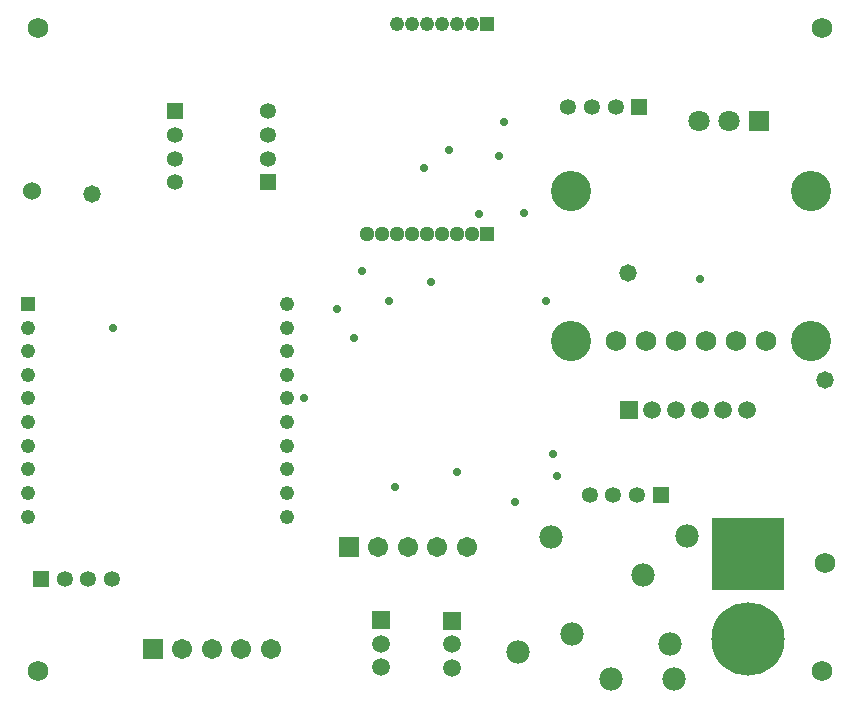
<source format=gbs>
G04*
G04 #@! TF.GenerationSoftware,Altium Limited,Altium Designer,25.8.1 (18)*
G04*
G04 Layer_Color=16711935*
%FSLAX25Y25*%
%MOIN*%
G70*
G04*
G04 #@! TF.SameCoordinates,C76D9226-5B89-478B-BDFE-737DA55DB7C2*
G04*
G04*
G04 #@! TF.FilePolarity,Negative*
G04*
G01*
G75*
%ADD48R,0.05328X0.05328*%
%ADD50R,0.24422X0.24422*%
%ADD51C,0.06824*%
%ADD52R,0.06737X0.06737*%
%ADD53C,0.05328*%
%ADD54R,0.04776X0.04776*%
%ADD55R,0.05950X0.05950*%
%ADD56C,0.04776*%
%ADD57R,0.05328X0.05328*%
%ADD58R,0.04769X0.04769*%
%ADD59C,0.07119*%
%ADD60C,0.05950*%
%ADD61C,0.24422*%
%ADD62C,0.05081*%
%ADD63C,0.06737*%
%ADD64C,0.04769*%
%ADD65R,0.05950X0.05950*%
%ADD66C,0.06000*%
%ADD67R,0.05081X0.05081*%
%ADD68R,0.07119X0.07119*%
%ADD69C,0.13398*%
%ADD70C,0.06800*%
%ADD71C,0.05800*%
%ADD72C,0.02800*%
%ADD73C,0.07800*%
D48*
X219685Y70866D02*
D03*
X13192Y42882D02*
D03*
X212598Y200394D02*
D03*
D50*
X248819Y51181D02*
D03*
D51*
X204685Y122441D02*
D03*
X214685D02*
D03*
X244685D02*
D03*
X254685D02*
D03*
X234685D02*
D03*
X224685D02*
D03*
D52*
X115748Y53543D02*
D03*
X50394Y19685D02*
D03*
D53*
X188976Y200394D02*
D03*
X203937Y70866D02*
D03*
X196063D02*
D03*
X88976Y198819D02*
D03*
X36814Y42882D02*
D03*
X21066D02*
D03*
X88976Y190945D02*
D03*
X196850Y200394D02*
D03*
X204724D02*
D03*
X57874Y190945D02*
D03*
Y183071D02*
D03*
Y175197D02*
D03*
X88976Y183071D02*
D03*
X211811Y70866D02*
D03*
X28940Y42882D02*
D03*
D54*
X161811Y227874D02*
D03*
D55*
X209055Y99410D02*
D03*
D56*
X156811Y227874D02*
D03*
X151811D02*
D03*
X131811D02*
D03*
X136811D02*
D03*
X141811D02*
D03*
X146811D02*
D03*
D57*
X88976Y175197D02*
D03*
X57874Y198819D02*
D03*
D58*
X8661Y134646D02*
D03*
D59*
X232520Y195669D02*
D03*
X242520D02*
D03*
D60*
X216929Y99410D02*
D03*
X150000Y13386D02*
D03*
X126620Y13528D02*
D03*
X240551Y99410D02*
D03*
X224803D02*
D03*
X232677D02*
D03*
X248425D02*
D03*
X126620Y21402D02*
D03*
X150000Y21260D02*
D03*
D61*
X248819Y22835D02*
D03*
D62*
X121811Y157874D02*
D03*
X136811D02*
D03*
X146811D02*
D03*
X141811D02*
D03*
X151811D02*
D03*
X126811D02*
D03*
X131811D02*
D03*
X156811D02*
D03*
D63*
X155118Y53543D02*
D03*
X89764Y19685D02*
D03*
X145276Y53543D02*
D03*
X125591D02*
D03*
X135433D02*
D03*
X79921Y19685D02*
D03*
X60236D02*
D03*
X70079D02*
D03*
D64*
X8661Y63779D02*
D03*
Y126772D02*
D03*
Y118898D02*
D03*
Y111024D02*
D03*
Y103150D02*
D03*
Y95276D02*
D03*
Y87402D02*
D03*
Y79528D02*
D03*
Y71653D02*
D03*
X95276Y134646D02*
D03*
Y126772D02*
D03*
Y118898D02*
D03*
Y111024D02*
D03*
Y103150D02*
D03*
Y95276D02*
D03*
Y87402D02*
D03*
Y79528D02*
D03*
Y71653D02*
D03*
Y63779D02*
D03*
D65*
X150000Y29134D02*
D03*
X126620Y29276D02*
D03*
D66*
X10236Y172441D02*
D03*
D67*
X161811Y157874D02*
D03*
D68*
X252520Y195669D02*
D03*
D69*
X269685Y172441D02*
D03*
X189764D02*
D03*
Y122441D02*
D03*
X269685D02*
D03*
D70*
X273386Y12205D02*
D03*
Y226535D02*
D03*
X12205Y12205D02*
D03*
Y226535D02*
D03*
X274410Y48425D02*
D03*
D71*
X208968Y144862D02*
D03*
X274386Y109252D02*
D03*
X30315Y171260D02*
D03*
D72*
X174156Y165052D02*
D03*
X129300Y135800D02*
D03*
X159200Y164800D02*
D03*
X181395Y135534D02*
D03*
X165772Y184055D02*
D03*
X232925Y142913D02*
D03*
X185039Y77165D02*
D03*
X183858Y84646D02*
D03*
X140945Y179921D02*
D03*
X120079Y145669D02*
D03*
X171260Y68504D02*
D03*
X151909Y78524D02*
D03*
X111811Y133071D02*
D03*
X100787Y103150D02*
D03*
X131201Y73721D02*
D03*
X37008Y126772D02*
D03*
X167323Y195276D02*
D03*
X149213Y185827D02*
D03*
X143013Y142126D02*
D03*
X117323Y123228D02*
D03*
D73*
X190083Y24504D02*
D03*
X213705Y44169D02*
D03*
X172047Y18551D02*
D03*
X224200Y9500D02*
D03*
X203300D02*
D03*
X228453Y57410D02*
D03*
X183028Y56870D02*
D03*
X222705Y21303D02*
D03*
M02*

</source>
